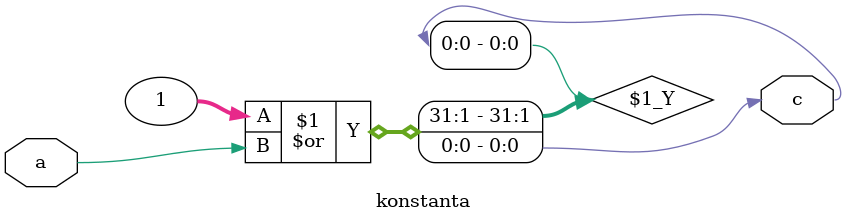
<source format=v>
module konstanta (output c, input a);
   assign c = 1 | a;  
endmodule
</source>
